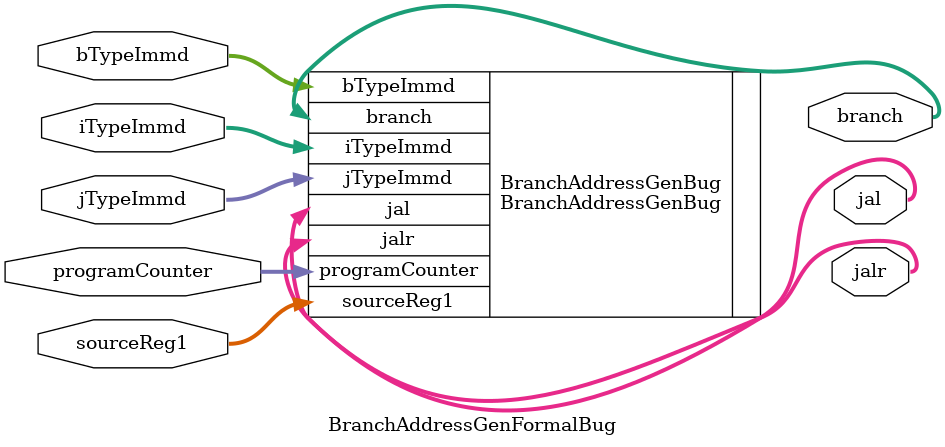
<source format=sv>
`timescale 1ns / 1ps


`include "BranchAddressGenBug.sv"

module BranchAddressGenFormalBug(
    // Inputs
    input [31:0] programCounter,
    input [31:0] jTypeImmd,
    input [31:0] bTypeImmd,
    input [31:0] iTypeImmd,
    input [31:0] sourceReg1,

    // Outputs
    output logic [31:0] jal,
    output logic [31:0] branch,
    output logic [31:0] jalr
);


BranchAddressGenBug BranchAddressGenBug(
    .programCounter(programCounter),
    .jTypeImmd(jTypeImmd),
    .bTypeImmd(bTypeImmd),
    .iTypeImmd(iTypeImmd),
    .sourceReg1(sourceReg1),
    .jal(jal),
    .branch(branch),
    .jalr(jalr)
);


always @(*) begin
    // Check for the jal branch verification
    assert(jal == programCounter +jTypeImmd);

    // Check for the branch address verification
    assert(branch == programCounter + bTypeImmd);

    // Check for the jalr  verification
    assert(jalr == sourceReg1 + iTypeImmd);
end

endmodule
</source>
